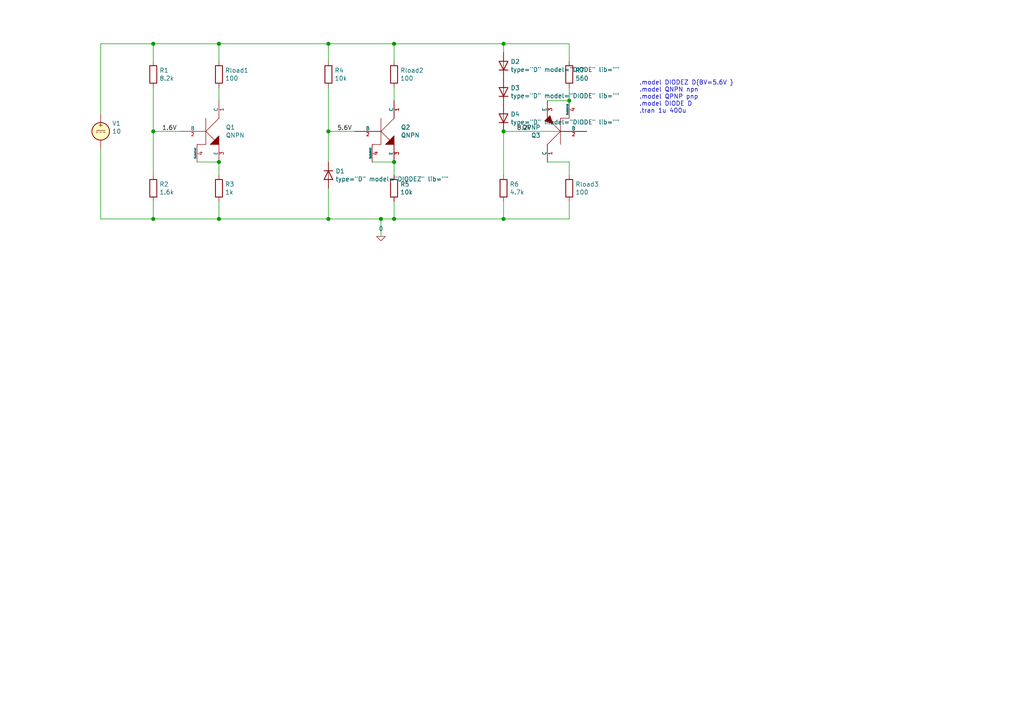
<source format=kicad_sch>
(kicad_sch (version 20210406) (generator eeschema)
  (paper "A4")
  (lib_symbols
    (symbol "Device:R" (pin_numbers hide) (pin_names (offset 0))
      (property "Reference" "R" (at 2.032 0 90))
      (property "Value" "R" (at 0 0 90))
      (symbol "R_0_1"
        (rectangle (start -1.016 -2.54) (end 1.016 2.54) (stroke (width 0.254)))
      )
      (symbol "R_1_1"
        (pin passive line (at 0 3.81 270) (length 1.27) (name "~") (number "1"))
        (pin passive line (at 0 -3.81 90) (length 1.27) (name "~") (number "2"))
      )
    )
    (symbol "Simulation_SPICE:DIODE" (pin_numbers hide) (pin_names (offset 1.016) hide)
      (property "Reference" "D" (at 0 2.54 0))
      (property "Value" "DIODE" (at 0 -2.54 0))
      (symbol "DIODE_0_1"
        (polyline (pts (xy 1.27 0) (xy -1.27 0)))
        (polyline (pts (xy 1.27 1.27) (xy 1.27 -1.27)) (stroke (width 0.254)))
        (polyline (pts (xy -1.27 -1.27) (xy -1.27 1.27) (xy 1.27 0) (xy -1.27 -1.27)) (stroke (width 0.254)))
      )
      (symbol "DIODE_1_1"
        (pin passive line (at -3.81 0 0) (length 2.54) (name "A") (number "1"))
        (pin passive line (at 3.81 0 180) (length 2.54) (name "K") (number "2"))
      )
    )
    (symbol "Simulation_SPICE:VDC" (pin_numbers hide) (pin_names (offset 0.0254))
      (property "Reference" "V" (at 2.54 2.54 0))
      (property "Value" "VDC" (at 2.54 0 0))
      (property "Spice_Model" "dc(1)" (at 2.54 -2.54 0))
      (symbol "VDC_0_0"
        (text "+" (at 0 1.905 0) (effects (font (size 1.27 1.27))))
        (polyline (pts (xy -1.27 0.254) (xy 1.27 0.254)))
        (polyline (pts (xy -0.762 -0.254) (xy -1.27 -0.254)))
        (polyline (pts (xy 0.254 -0.254) (xy -0.254 -0.254)))
        (polyline (pts (xy 1.27 -0.254) (xy 0.762 -0.254)))
      )
      (symbol "VDC_0_1"
        (circle (center 0 0) (radius 2.54) (stroke (width 0.254)) (fill (type background)))
      )
      (symbol "VDC_1_1"
        (pin passive line (at 0 5.08 270) (length 2.54) (name "~") (number "1"))
        (pin passive line (at 0 -5.08 90) (length 2.54) (name "~") (number "2"))
      )
    )
    (symbol "pspice:0" (power) (pin_names (offset 0))
      (property "Value" "0" (at 0 -1.778 0))
      (symbol "0_0_1"
        (polyline (pts (xy -1.27 0) (xy 0 -1.27) (xy 1.27 0) (xy -1.27 0)))
      )
      (symbol "0_1_1"
        (pin power_in line (at 0 0 0) (length 0) hide (name "0") (number "1"))
      )
    )
    (symbol "pspice:QNPN" (pin_names (offset 0))
      (property "Reference" "Q" (at -2.54 7.62 0))
      (property "Value" "QNPN" (at -2.54 5.08 0))
      (symbol "QNPN_0_0"
        (polyline (pts (xy 0 0) (xy 3.81 -3.81)))
        (polyline (pts (xy 3.81 -3.81) (xy 3.81 -1.27) (xy 1.27 -3.81) (xy 3.81 -3.81)) (fill (type outline)))
      )
      (symbol "QNPN_0_1"
        (polyline (pts (xy 0 -3.81) (xy 0 3.81)))
        (polyline (pts (xy 0 0) (xy 3.81 3.81)))
        (polyline (pts (xy -2.54 -3.81) (xy 0 -3.81) (xy 0 -3.81) (xy 0 -3.81)))
      )
      (symbol "QNPN_1_1"
        (pin passive line (at 3.81 8.89 270) (length 5.08) (name "C") (number "1"))
        (pin input line (at -7.62 0 0) (length 7.62) (name "B") (number "2"))
        (pin passive line (at 3.81 -8.89 90) (length 5.08) (name "E") (number "3"))
        (pin input line (at -2.54 -8.89 90) (length 5.08) (name "Substrat") (number "4"))
      )
    )
    (symbol "pspice:QPNP" (pin_names (offset 0))
      (property "Reference" "Q" (at -2.54 7.62 0))
      (property "Value" "QPNP" (at -2.54 5.08 0))
      (symbol "QPNP_0_1"
        (polyline (pts (xy 0 -3.81) (xy 0 3.81)))
        (polyline (pts (xy 0 0) (xy 3.81 -3.81)))
        (polyline (pts (xy 0 0) (xy 3.81 3.81)))
        (polyline (pts (xy -2.54 -3.81) (xy 0 -3.81) (xy 0 -3.81)))
        (polyline (pts (xy 3.048 -4.572) (xy 4.572 -3.048) (xy 2.159 -2.159) (xy 3.048 -4.572)) (fill (type outline)))
      )
      (symbol "QPNP_1_1"
        (pin open_collector line (at 3.81 8.89 270) (length 5.08) (name "C") (number "1"))
        (pin input line (at -7.62 0 0) (length 7.62) (name "B") (number "2"))
        (pin open_emitter line (at 3.81 -8.89 90) (length 5.08) (name "E") (number "3"))
        (pin input line (at -2.54 -8.89 90) (length 5.08) (name "Substrat") (number "4"))
      )
    )
  )
  (junction (at 44.45 12.7) (diameter 1.016))
  (junction (at 44.45 38.1) (diameter 1.016))
  (junction (at 44.45 63.5) (diameter 1.016))
  (junction (at 63.5 12.7) (diameter 1.016))
  (junction (at 63.5 46.99) (diameter 1.016))
  (junction (at 63.5 63.5) (diameter 1.016))
  (junction (at 95.25 12.7) (diameter 1.016))
  (junction (at 95.25 38.1) (diameter 1.016))
  (junction (at 95.25 63.5) (diameter 1.016))
  (junction (at 110.49 63.5) (diameter 1.016))
  (junction (at 114.3 12.7) (diameter 1.016))
  (junction (at 114.3 46.99) (diameter 1.016))
  (junction (at 114.3 63.5) (diameter 1.016))
  (junction (at 146.05 12.7) (diameter 1.016))
  (junction (at 146.05 38.1) (diameter 1.016))
  (junction (at 146.05 63.5) (diameter 1.016))
  (junction (at 165.1 29.21) (diameter 1.016))
  (wire (pts (xy 29.21 12.7) (xy 44.45 12.7)))
  (wire (pts (xy 29.21 33.02) (xy 29.21 12.7)))
  (wire (pts (xy 29.21 63.5) (xy 29.21 43.18)))
  (wire (pts (xy 44.45 12.7) (xy 63.5 12.7)))
  (wire (pts (xy 44.45 17.78) (xy 44.45 12.7)))
  (wire (pts (xy 44.45 25.4) (xy 44.45 38.1)))
  (wire (pts (xy 44.45 38.1) (xy 52.07 38.1)))
  (wire (pts (xy 44.45 50.8) (xy 44.45 38.1)))
  (wire (pts (xy 44.45 58.42) (xy 44.45 63.5)))
  (wire (pts (xy 44.45 63.5) (xy 29.21 63.5)))
  (wire (pts (xy 57.15 46.99) (xy 63.5 46.99)))
  (wire (pts (xy 63.5 12.7) (xy 95.25 12.7)))
  (wire (pts (xy 63.5 17.78) (xy 63.5 12.7)))
  (wire (pts (xy 63.5 25.4) (xy 63.5 29.21)))
  (wire (pts (xy 63.5 50.8) (xy 63.5 46.99)))
  (wire (pts (xy 63.5 58.42) (xy 63.5 63.5)))
  (wire (pts (xy 63.5 63.5) (xy 44.45 63.5)))
  (wire (pts (xy 95.25 12.7) (xy 114.3 12.7)))
  (wire (pts (xy 95.25 17.78) (xy 95.25 12.7)))
  (wire (pts (xy 95.25 38.1) (xy 95.25 25.4)))
  (wire (pts (xy 95.25 38.1) (xy 102.87 38.1)))
  (wire (pts (xy 95.25 46.99) (xy 95.25 38.1)))
  (wire (pts (xy 95.25 54.61) (xy 95.25 63.5)))
  (wire (pts (xy 95.25 63.5) (xy 63.5 63.5)))
  (wire (pts (xy 107.95 46.99) (xy 114.3 46.99)))
  (wire (pts (xy 110.49 63.5) (xy 95.25 63.5)))
  (wire (pts (xy 110.49 68.58) (xy 110.49 63.5)))
  (wire (pts (xy 114.3 12.7) (xy 146.05 12.7)))
  (wire (pts (xy 114.3 17.78) (xy 114.3 12.7)))
  (wire (pts (xy 114.3 25.4) (xy 114.3 29.21)))
  (wire (pts (xy 114.3 46.99) (xy 114.3 50.8)))
  (wire (pts (xy 114.3 58.42) (xy 114.3 63.5)))
  (wire (pts (xy 114.3 63.5) (xy 110.49 63.5)))
  (wire (pts (xy 146.05 12.7) (xy 146.05 15.24)))
  (wire (pts (xy 146.05 12.7) (xy 165.1 12.7)))
  (wire (pts (xy 146.05 38.1) (xy 146.05 50.8)))
  (wire (pts (xy 146.05 38.1) (xy 170.18 38.1)))
  (wire (pts (xy 146.05 58.42) (xy 146.05 63.5)))
  (wire (pts (xy 146.05 63.5) (xy 114.3 63.5)))
  (wire (pts (xy 158.75 29.21) (xy 165.1 29.21)))
  (wire (pts (xy 158.75 46.99) (xy 165.1 46.99)))
  (wire (pts (xy 165.1 12.7) (xy 165.1 17.78)))
  (wire (pts (xy 165.1 25.4) (xy 165.1 29.21)))
  (wire (pts (xy 165.1 50.8) (xy 165.1 46.99)))
  (wire (pts (xy 165.1 58.42) (xy 165.1 63.5)))
  (wire (pts (xy 165.1 63.5) (xy 146.05 63.5)))
  (text ".model DIODEZ D(BV=5.6V )\n.model QNPN npn\n.model QPNP pnp\n.model DIODE D\n.tran 1u 400u " (at 185.42 33.02 0) (effects (font (size 1.27 1.27)) (justify left bottom)))
  (label "1.6V" (at 46.99 38.1 0))
  (label "5.6V" (at 97.79 38.1 0))
  (label "8.2V" (at 149.86 38.1 0))
  (symbol (lib_id "pspice:0") (at 110.49 68.58 0) (unit 1)
    (property "Reference" "#GND?" (effects hide))
    (property "Value" "0" (at 110.49 66.3194 0))
  )
  (symbol (lib_id "Device:R") (at 44.45 21.59 0) (unit 1)
    (property "Reference" "R1" (at 46.228 20.4216 0) (effects (justify left)))
    (property "Value" "8.2k" (at 46.228 22.733 0) (effects (justify left)))
  )
  (symbol (lib_id "Device:R") (at 44.45 54.61 0) (unit 1)
    (property "Reference" "R2" (at 46.228 53.4416 0) (effects (justify left)))
    (property "Value" "1.6k" (at 46.228 55.753 0) (effects (justify left)))
  )
  (symbol (lib_id "Device:R") (at 63.5 21.59 0) (unit 1)
    (property "Reference" "Rload1" (at 65.278 20.4216 0) (effects (justify left)))
    (property "Value" "100" (at 65.278 22.733 0) (effects (justify left)))
  )
  (symbol (lib_id "Device:R") (at 63.5 54.61 0) (unit 1)
    (property "Reference" "R3" (at 65.278 53.4416 0) (effects (justify left)))
    (property "Value" "1k" (at 65.278 55.753 0) (effects (justify left)))
  )
  (symbol (lib_id "Device:R") (at 95.25 21.59 0) (unit 1)
    (property "Reference" "R4" (at 97.028 20.4216 0) (effects (justify left)))
    (property "Value" "10k" (at 97.028 22.733 0) (effects (justify left)))
  )
  (symbol (lib_id "Device:R") (at 114.3 21.59 0) (unit 1)
    (property "Reference" "Rload2" (at 116.078 20.4216 0) (effects (justify left)))
    (property "Value" "100" (at 116.078 22.733 0) (effects (justify left)))
  )
  (symbol (lib_id "Device:R") (at 114.3 54.61 0) (unit 1)
    (property "Reference" "R5" (at 116.078 53.4416 0) (effects (justify left)))
    (property "Value" "10k" (at 116.078 55.753 0) (effects (justify left)))
  )
  (symbol (lib_id "Device:R") (at 146.05 54.61 0) (unit 1)
    (property "Reference" "R6" (at 147.828 53.4416 0) (effects (justify left)))
    (property "Value" "4.7k" (at 147.828 55.753 0) (effects (justify left)))
  )
  (symbol (lib_id "Device:R") (at 165.1 21.59 0) (unit 1)
    (property "Reference" "R7" (at 166.878 20.4216 0) (effects (justify left)))
    (property "Value" "560" (at 166.878 22.733 0) (effects (justify left)))
  )
  (symbol (lib_id "Device:R") (at 165.1 54.61 0) (unit 1)
    (property "Reference" "Rload3" (at 166.878 53.4416 0) (effects (justify left)))
    (property "Value" "100" (at 166.878 55.753 0) (effects (justify left)))
  )
  (symbol (lib_id "Simulation_SPICE:DIODE") (at 95.25 50.8 90) (unit 1)
    (property "Reference" "D1" (at 97.282 49.6316 90) (effects (justify right)))
    (property "Value" "DIODEZ" (at 97.282 51.943 90) (effects (justify right)))
    (property "Spice_Netlist_Enabled" "Y" (effects hide))
    (property "Spice_Primitive" "D" (effects hide))
  )
  (symbol (lib_id "Simulation_SPICE:DIODE") (at 146.05 19.05 270) (unit 1)
    (property "Reference" "D2" (at 148.082 17.8816 90) (effects (justify left)))
    (property "Value" "DIODE" (at 148.082 20.193 90) (effects (justify left)))
    (property "Spice_Netlist_Enabled" "Y" (effects hide))
    (property "Spice_Primitive" "D" (effects hide))
  )
  (symbol (lib_id "Simulation_SPICE:DIODE") (at 146.05 26.67 270) (unit 1)
    (property "Reference" "D3" (at 148.082 25.5016 90) (effects (justify left)))
    (property "Value" "DIODE" (at 148.082 27.813 90) (effects (justify left)))
    (property "Spice_Netlist_Enabled" "Y" (effects hide))
    (property "Spice_Primitive" "D" (effects hide))
  )
  (symbol (lib_id "Simulation_SPICE:DIODE") (at 146.05 34.29 270) (unit 1)
    (property "Reference" "D4" (at 148.082 33.1216 90) (effects (justify left)))
    (property "Value" "DIODE" (at 148.082 35.433 90) (effects (justify left)))
    (property "Spice_Netlist_Enabled" "Y" (effects hide))
    (property "Spice_Primitive" "D" (effects hide))
  )
  (symbol (lib_id "Simulation_SPICE:VDC") (at 29.21 38.1 0) (unit 1)
    (property "Reference" "V1" (at 32.512 35.7886 0) (effects (justify left)))
    (property "Value" "VDC" (at 32.512 38.1 0) (effects (justify left)))
    (property "Spice_Netlist_Enabled" "Y" (effects hide))
    (property "Spice_Primitive" "V" (effects hide))
    (property "Spice_Model" "dc(10)" (at 32.512 40.4114 0) (effects (justify left)))
  )
  (symbol (lib_id "pspice:QNPN") (at 59.69 38.1 0) (unit 1)
    (property "Reference" "Q1" (at 65.4558 36.9316 0) (effects (justify left)))
    (property "Value" "QNPN" (at 65.4558 39.243 0) (effects (justify left)))
  )
  (symbol (lib_id "pspice:QNPN") (at 110.49 38.1 0) (unit 1)
    (property "Reference" "Q2" (at 116.2558 36.9316 0) (effects (justify left)))
    (property "Value" "QNPN" (at 116.2558 39.243 0) (effects (justify left)))
  )
  (symbol (lib_id "pspice:QPNP") (at 162.56 38.1 180) (unit 1)
    (property "Reference" "Q3" (at 156.7942 39.2684 0) (effects (justify left)))
    (property "Value" "QPNP" (at 156.7942 36.957 0) (effects (justify left)))
  )
)
</source>
